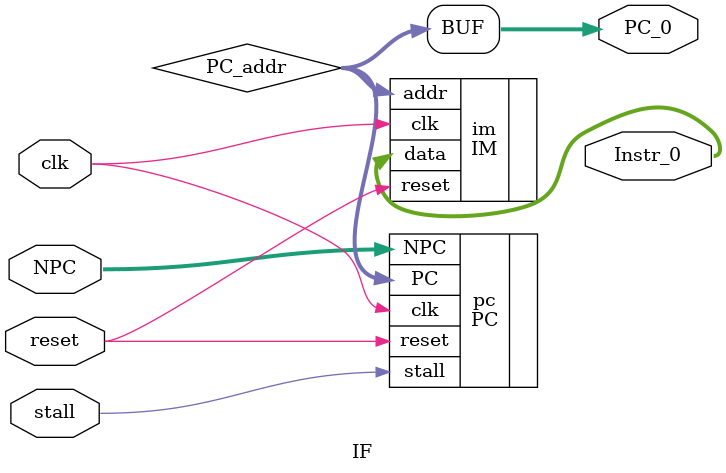
<source format=v>
`timescale 1ns / 1ps
module IF(
    input clk,
    input reset,
	 input stall,
    input [31:0] NPC,
    output [31:0] Instr_0,
	 output [31:0] PC_0
    );
	 
	 wire [31:0] PC_addr;
	 
	 PC pc(.clk(clk), .reset(reset), .stall(stall), .NPC(NPC), .PC(PC_addr));
	 IM im(.clk(clk), .reset(reset), .addr(PC_addr), .data(Instr_0));
	 assign PC_0 = PC_addr;


endmodule

</source>
